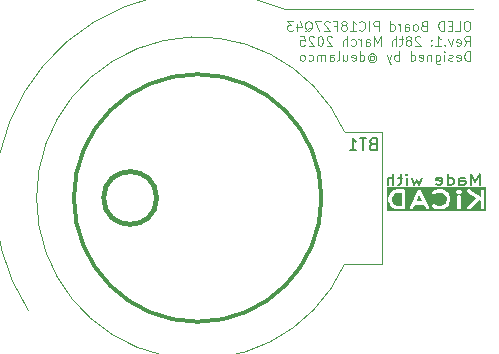
<source format=gbr>
%TF.GenerationSoftware,KiCad,Pcbnew,9.0.0*%
%TF.CreationDate,2025-03-28T15:43:29+07:00*%
%TF.ProjectId,PIC18F27Q43_OLED_Board,50494331-3846-4323-9751-34335f4f4c45,rev?*%
%TF.SameCoordinates,Original*%
%TF.FileFunction,Legend,Bot*%
%TF.FilePolarity,Positive*%
%FSLAX46Y46*%
G04 Gerber Fmt 4.6, Leading zero omitted, Abs format (unit mm)*
G04 Created by KiCad (PCBNEW 9.0.0) date 2025-03-28 15:43:29*
%MOMM*%
%LPD*%
G01*
G04 APERTURE LIST*
%ADD10C,0.400000*%
%ADD11C,0.050000*%
%ADD12C,0.300000*%
%ADD13C,0.100000*%
%ADD14C,0.200000*%
%ADD15C,0.150000*%
%ADD16C,0.120000*%
G04 APERTURE END LIST*
D10*
X116736068Y-103000000D02*
G75*
G02*
X112263932Y-103000000I-2236068J0D01*
G01*
X112263932Y-103000000D02*
G75*
G02*
X116736068Y-103000000I2236068J0D01*
G01*
D11*
X127500000Y-87000000D02*
X143500000Y-87000000D01*
X105911337Y-112567137D02*
G75*
G02*
X127500000Y-87000000I14615981J9556602D01*
G01*
D12*
X130699427Y-103000000D02*
G75*
G02*
X109740573Y-103000000I-10479427J0D01*
G01*
X109740573Y-103000000D02*
G75*
G02*
X130699427Y-103000000I10479427J0D01*
G01*
D13*
X143091353Y-88020985D02*
X142938972Y-88020985D01*
X142938972Y-88020985D02*
X142862782Y-88059080D01*
X142862782Y-88059080D02*
X142786591Y-88135270D01*
X142786591Y-88135270D02*
X142748496Y-88287651D01*
X142748496Y-88287651D02*
X142748496Y-88554318D01*
X142748496Y-88554318D02*
X142786591Y-88706699D01*
X142786591Y-88706699D02*
X142862782Y-88782890D01*
X142862782Y-88782890D02*
X142938972Y-88820985D01*
X142938972Y-88820985D02*
X143091353Y-88820985D01*
X143091353Y-88820985D02*
X143167544Y-88782890D01*
X143167544Y-88782890D02*
X143243734Y-88706699D01*
X143243734Y-88706699D02*
X143281830Y-88554318D01*
X143281830Y-88554318D02*
X143281830Y-88287651D01*
X143281830Y-88287651D02*
X143243734Y-88135270D01*
X143243734Y-88135270D02*
X143167544Y-88059080D01*
X143167544Y-88059080D02*
X143091353Y-88020985D01*
X142024687Y-88820985D02*
X142405639Y-88820985D01*
X142405639Y-88820985D02*
X142405639Y-88020985D01*
X141758020Y-88401937D02*
X141491354Y-88401937D01*
X141377068Y-88820985D02*
X141758020Y-88820985D01*
X141758020Y-88820985D02*
X141758020Y-88020985D01*
X141758020Y-88020985D02*
X141377068Y-88020985D01*
X141034210Y-88820985D02*
X141034210Y-88020985D01*
X141034210Y-88020985D02*
X140843734Y-88020985D01*
X140843734Y-88020985D02*
X140729448Y-88059080D01*
X140729448Y-88059080D02*
X140653258Y-88135270D01*
X140653258Y-88135270D02*
X140615163Y-88211461D01*
X140615163Y-88211461D02*
X140577067Y-88363842D01*
X140577067Y-88363842D02*
X140577067Y-88478128D01*
X140577067Y-88478128D02*
X140615163Y-88630509D01*
X140615163Y-88630509D02*
X140653258Y-88706699D01*
X140653258Y-88706699D02*
X140729448Y-88782890D01*
X140729448Y-88782890D02*
X140843734Y-88820985D01*
X140843734Y-88820985D02*
X141034210Y-88820985D01*
X139358020Y-88401937D02*
X139243734Y-88440032D01*
X139243734Y-88440032D02*
X139205639Y-88478128D01*
X139205639Y-88478128D02*
X139167543Y-88554318D01*
X139167543Y-88554318D02*
X139167543Y-88668604D01*
X139167543Y-88668604D02*
X139205639Y-88744794D01*
X139205639Y-88744794D02*
X139243734Y-88782890D01*
X139243734Y-88782890D02*
X139319924Y-88820985D01*
X139319924Y-88820985D02*
X139624686Y-88820985D01*
X139624686Y-88820985D02*
X139624686Y-88020985D01*
X139624686Y-88020985D02*
X139358020Y-88020985D01*
X139358020Y-88020985D02*
X139281829Y-88059080D01*
X139281829Y-88059080D02*
X139243734Y-88097175D01*
X139243734Y-88097175D02*
X139205639Y-88173366D01*
X139205639Y-88173366D02*
X139205639Y-88249556D01*
X139205639Y-88249556D02*
X139243734Y-88325747D01*
X139243734Y-88325747D02*
X139281829Y-88363842D01*
X139281829Y-88363842D02*
X139358020Y-88401937D01*
X139358020Y-88401937D02*
X139624686Y-88401937D01*
X138710401Y-88820985D02*
X138786591Y-88782890D01*
X138786591Y-88782890D02*
X138824686Y-88744794D01*
X138824686Y-88744794D02*
X138862782Y-88668604D01*
X138862782Y-88668604D02*
X138862782Y-88440032D01*
X138862782Y-88440032D02*
X138824686Y-88363842D01*
X138824686Y-88363842D02*
X138786591Y-88325747D01*
X138786591Y-88325747D02*
X138710401Y-88287651D01*
X138710401Y-88287651D02*
X138596115Y-88287651D01*
X138596115Y-88287651D02*
X138519924Y-88325747D01*
X138519924Y-88325747D02*
X138481829Y-88363842D01*
X138481829Y-88363842D02*
X138443734Y-88440032D01*
X138443734Y-88440032D02*
X138443734Y-88668604D01*
X138443734Y-88668604D02*
X138481829Y-88744794D01*
X138481829Y-88744794D02*
X138519924Y-88782890D01*
X138519924Y-88782890D02*
X138596115Y-88820985D01*
X138596115Y-88820985D02*
X138710401Y-88820985D01*
X137758019Y-88820985D02*
X137758019Y-88401937D01*
X137758019Y-88401937D02*
X137796114Y-88325747D01*
X137796114Y-88325747D02*
X137872305Y-88287651D01*
X137872305Y-88287651D02*
X138024686Y-88287651D01*
X138024686Y-88287651D02*
X138100876Y-88325747D01*
X137758019Y-88782890D02*
X137834210Y-88820985D01*
X137834210Y-88820985D02*
X138024686Y-88820985D01*
X138024686Y-88820985D02*
X138100876Y-88782890D01*
X138100876Y-88782890D02*
X138138972Y-88706699D01*
X138138972Y-88706699D02*
X138138972Y-88630509D01*
X138138972Y-88630509D02*
X138100876Y-88554318D01*
X138100876Y-88554318D02*
X138024686Y-88516223D01*
X138024686Y-88516223D02*
X137834210Y-88516223D01*
X137834210Y-88516223D02*
X137758019Y-88478128D01*
X137377066Y-88820985D02*
X137377066Y-88287651D01*
X137377066Y-88440032D02*
X137338971Y-88363842D01*
X137338971Y-88363842D02*
X137300876Y-88325747D01*
X137300876Y-88325747D02*
X137224685Y-88287651D01*
X137224685Y-88287651D02*
X137148495Y-88287651D01*
X136538971Y-88820985D02*
X136538971Y-88020985D01*
X136538971Y-88782890D02*
X136615162Y-88820985D01*
X136615162Y-88820985D02*
X136767543Y-88820985D01*
X136767543Y-88820985D02*
X136843733Y-88782890D01*
X136843733Y-88782890D02*
X136881828Y-88744794D01*
X136881828Y-88744794D02*
X136919924Y-88668604D01*
X136919924Y-88668604D02*
X136919924Y-88440032D01*
X136919924Y-88440032D02*
X136881828Y-88363842D01*
X136881828Y-88363842D02*
X136843733Y-88325747D01*
X136843733Y-88325747D02*
X136767543Y-88287651D01*
X136767543Y-88287651D02*
X136615162Y-88287651D01*
X136615162Y-88287651D02*
X136538971Y-88325747D01*
X135548494Y-88820985D02*
X135548494Y-88020985D01*
X135548494Y-88020985D02*
X135243732Y-88020985D01*
X135243732Y-88020985D02*
X135167542Y-88059080D01*
X135167542Y-88059080D02*
X135129447Y-88097175D01*
X135129447Y-88097175D02*
X135091351Y-88173366D01*
X135091351Y-88173366D02*
X135091351Y-88287651D01*
X135091351Y-88287651D02*
X135129447Y-88363842D01*
X135129447Y-88363842D02*
X135167542Y-88401937D01*
X135167542Y-88401937D02*
X135243732Y-88440032D01*
X135243732Y-88440032D02*
X135548494Y-88440032D01*
X134748494Y-88820985D02*
X134748494Y-88020985D01*
X133910399Y-88744794D02*
X133948495Y-88782890D01*
X133948495Y-88782890D02*
X134062780Y-88820985D01*
X134062780Y-88820985D02*
X134138971Y-88820985D01*
X134138971Y-88820985D02*
X134253257Y-88782890D01*
X134253257Y-88782890D02*
X134329447Y-88706699D01*
X134329447Y-88706699D02*
X134367542Y-88630509D01*
X134367542Y-88630509D02*
X134405638Y-88478128D01*
X134405638Y-88478128D02*
X134405638Y-88363842D01*
X134405638Y-88363842D02*
X134367542Y-88211461D01*
X134367542Y-88211461D02*
X134329447Y-88135270D01*
X134329447Y-88135270D02*
X134253257Y-88059080D01*
X134253257Y-88059080D02*
X134138971Y-88020985D01*
X134138971Y-88020985D02*
X134062780Y-88020985D01*
X134062780Y-88020985D02*
X133948495Y-88059080D01*
X133948495Y-88059080D02*
X133910399Y-88097175D01*
X133148495Y-88820985D02*
X133605638Y-88820985D01*
X133377066Y-88820985D02*
X133377066Y-88020985D01*
X133377066Y-88020985D02*
X133453257Y-88135270D01*
X133453257Y-88135270D02*
X133529447Y-88211461D01*
X133529447Y-88211461D02*
X133605638Y-88249556D01*
X132691352Y-88363842D02*
X132767542Y-88325747D01*
X132767542Y-88325747D02*
X132805637Y-88287651D01*
X132805637Y-88287651D02*
X132843733Y-88211461D01*
X132843733Y-88211461D02*
X132843733Y-88173366D01*
X132843733Y-88173366D02*
X132805637Y-88097175D01*
X132805637Y-88097175D02*
X132767542Y-88059080D01*
X132767542Y-88059080D02*
X132691352Y-88020985D01*
X132691352Y-88020985D02*
X132538971Y-88020985D01*
X132538971Y-88020985D02*
X132462780Y-88059080D01*
X132462780Y-88059080D02*
X132424685Y-88097175D01*
X132424685Y-88097175D02*
X132386590Y-88173366D01*
X132386590Y-88173366D02*
X132386590Y-88211461D01*
X132386590Y-88211461D02*
X132424685Y-88287651D01*
X132424685Y-88287651D02*
X132462780Y-88325747D01*
X132462780Y-88325747D02*
X132538971Y-88363842D01*
X132538971Y-88363842D02*
X132691352Y-88363842D01*
X132691352Y-88363842D02*
X132767542Y-88401937D01*
X132767542Y-88401937D02*
X132805637Y-88440032D01*
X132805637Y-88440032D02*
X132843733Y-88516223D01*
X132843733Y-88516223D02*
X132843733Y-88668604D01*
X132843733Y-88668604D02*
X132805637Y-88744794D01*
X132805637Y-88744794D02*
X132767542Y-88782890D01*
X132767542Y-88782890D02*
X132691352Y-88820985D01*
X132691352Y-88820985D02*
X132538971Y-88820985D01*
X132538971Y-88820985D02*
X132462780Y-88782890D01*
X132462780Y-88782890D02*
X132424685Y-88744794D01*
X132424685Y-88744794D02*
X132386590Y-88668604D01*
X132386590Y-88668604D02*
X132386590Y-88516223D01*
X132386590Y-88516223D02*
X132424685Y-88440032D01*
X132424685Y-88440032D02*
X132462780Y-88401937D01*
X132462780Y-88401937D02*
X132538971Y-88363842D01*
X131777066Y-88401937D02*
X132043732Y-88401937D01*
X132043732Y-88820985D02*
X132043732Y-88020985D01*
X132043732Y-88020985D02*
X131662780Y-88020985D01*
X131396114Y-88097175D02*
X131358018Y-88059080D01*
X131358018Y-88059080D02*
X131281828Y-88020985D01*
X131281828Y-88020985D02*
X131091352Y-88020985D01*
X131091352Y-88020985D02*
X131015161Y-88059080D01*
X131015161Y-88059080D02*
X130977066Y-88097175D01*
X130977066Y-88097175D02*
X130938971Y-88173366D01*
X130938971Y-88173366D02*
X130938971Y-88249556D01*
X130938971Y-88249556D02*
X130977066Y-88363842D01*
X130977066Y-88363842D02*
X131434209Y-88820985D01*
X131434209Y-88820985D02*
X130938971Y-88820985D01*
X130672304Y-88020985D02*
X130138970Y-88020985D01*
X130138970Y-88020985D02*
X130481828Y-88820985D01*
X129300875Y-88897175D02*
X129377065Y-88859080D01*
X129377065Y-88859080D02*
X129453256Y-88782890D01*
X129453256Y-88782890D02*
X129567542Y-88668604D01*
X129567542Y-88668604D02*
X129643732Y-88630509D01*
X129643732Y-88630509D02*
X129719923Y-88630509D01*
X129681827Y-88820985D02*
X129758018Y-88782890D01*
X129758018Y-88782890D02*
X129834208Y-88706699D01*
X129834208Y-88706699D02*
X129872304Y-88554318D01*
X129872304Y-88554318D02*
X129872304Y-88287651D01*
X129872304Y-88287651D02*
X129834208Y-88135270D01*
X129834208Y-88135270D02*
X129758018Y-88059080D01*
X129758018Y-88059080D02*
X129681827Y-88020985D01*
X129681827Y-88020985D02*
X129529446Y-88020985D01*
X129529446Y-88020985D02*
X129453256Y-88059080D01*
X129453256Y-88059080D02*
X129377065Y-88135270D01*
X129377065Y-88135270D02*
X129338970Y-88287651D01*
X129338970Y-88287651D02*
X129338970Y-88554318D01*
X129338970Y-88554318D02*
X129377065Y-88706699D01*
X129377065Y-88706699D02*
X129453256Y-88782890D01*
X129453256Y-88782890D02*
X129529446Y-88820985D01*
X129529446Y-88820985D02*
X129681827Y-88820985D01*
X128653256Y-88287651D02*
X128653256Y-88820985D01*
X128843732Y-87982890D02*
X129034209Y-88554318D01*
X129034209Y-88554318D02*
X128538970Y-88554318D01*
X128310399Y-88020985D02*
X127815161Y-88020985D01*
X127815161Y-88020985D02*
X128081827Y-88325747D01*
X128081827Y-88325747D02*
X127967542Y-88325747D01*
X127967542Y-88325747D02*
X127891351Y-88363842D01*
X127891351Y-88363842D02*
X127853256Y-88401937D01*
X127853256Y-88401937D02*
X127815161Y-88478128D01*
X127815161Y-88478128D02*
X127815161Y-88668604D01*
X127815161Y-88668604D02*
X127853256Y-88744794D01*
X127853256Y-88744794D02*
X127891351Y-88782890D01*
X127891351Y-88782890D02*
X127967542Y-88820985D01*
X127967542Y-88820985D02*
X128196113Y-88820985D01*
X128196113Y-88820985D02*
X128272304Y-88782890D01*
X128272304Y-88782890D02*
X128310399Y-88744794D01*
X142786591Y-90108940D02*
X143053258Y-89727987D01*
X143243734Y-90108940D02*
X143243734Y-89308940D01*
X143243734Y-89308940D02*
X142938972Y-89308940D01*
X142938972Y-89308940D02*
X142862782Y-89347035D01*
X142862782Y-89347035D02*
X142824687Y-89385130D01*
X142824687Y-89385130D02*
X142786591Y-89461321D01*
X142786591Y-89461321D02*
X142786591Y-89575606D01*
X142786591Y-89575606D02*
X142824687Y-89651797D01*
X142824687Y-89651797D02*
X142862782Y-89689892D01*
X142862782Y-89689892D02*
X142938972Y-89727987D01*
X142938972Y-89727987D02*
X143243734Y-89727987D01*
X142138972Y-90070845D02*
X142215163Y-90108940D01*
X142215163Y-90108940D02*
X142367544Y-90108940D01*
X142367544Y-90108940D02*
X142443734Y-90070845D01*
X142443734Y-90070845D02*
X142481830Y-89994654D01*
X142481830Y-89994654D02*
X142481830Y-89689892D01*
X142481830Y-89689892D02*
X142443734Y-89613702D01*
X142443734Y-89613702D02*
X142367544Y-89575606D01*
X142367544Y-89575606D02*
X142215163Y-89575606D01*
X142215163Y-89575606D02*
X142138972Y-89613702D01*
X142138972Y-89613702D02*
X142100877Y-89689892D01*
X142100877Y-89689892D02*
X142100877Y-89766083D01*
X142100877Y-89766083D02*
X142481830Y-89842273D01*
X141834211Y-89575606D02*
X141643735Y-90108940D01*
X141643735Y-90108940D02*
X141453258Y-89575606D01*
X141148496Y-90032749D02*
X141110401Y-90070845D01*
X141110401Y-90070845D02*
X141148496Y-90108940D01*
X141148496Y-90108940D02*
X141186592Y-90070845D01*
X141186592Y-90070845D02*
X141148496Y-90032749D01*
X141148496Y-90032749D02*
X141148496Y-90108940D01*
X140348497Y-90108940D02*
X140805640Y-90108940D01*
X140577068Y-90108940D02*
X140577068Y-89308940D01*
X140577068Y-89308940D02*
X140653259Y-89423225D01*
X140653259Y-89423225D02*
X140729449Y-89499416D01*
X140729449Y-89499416D02*
X140805640Y-89537511D01*
X140005639Y-90032749D02*
X139967544Y-90070845D01*
X139967544Y-90070845D02*
X140005639Y-90108940D01*
X140005639Y-90108940D02*
X140043735Y-90070845D01*
X140043735Y-90070845D02*
X140005639Y-90032749D01*
X140005639Y-90032749D02*
X140005639Y-90108940D01*
X140005639Y-89613702D02*
X139967544Y-89651797D01*
X139967544Y-89651797D02*
X140005639Y-89689892D01*
X140005639Y-89689892D02*
X140043735Y-89651797D01*
X140043735Y-89651797D02*
X140005639Y-89613702D01*
X140005639Y-89613702D02*
X140005639Y-89689892D01*
X139053259Y-89385130D02*
X139015163Y-89347035D01*
X139015163Y-89347035D02*
X138938973Y-89308940D01*
X138938973Y-89308940D02*
X138748497Y-89308940D01*
X138748497Y-89308940D02*
X138672306Y-89347035D01*
X138672306Y-89347035D02*
X138634211Y-89385130D01*
X138634211Y-89385130D02*
X138596116Y-89461321D01*
X138596116Y-89461321D02*
X138596116Y-89537511D01*
X138596116Y-89537511D02*
X138634211Y-89651797D01*
X138634211Y-89651797D02*
X139091354Y-90108940D01*
X139091354Y-90108940D02*
X138596116Y-90108940D01*
X138138973Y-89651797D02*
X138215163Y-89613702D01*
X138215163Y-89613702D02*
X138253258Y-89575606D01*
X138253258Y-89575606D02*
X138291354Y-89499416D01*
X138291354Y-89499416D02*
X138291354Y-89461321D01*
X138291354Y-89461321D02*
X138253258Y-89385130D01*
X138253258Y-89385130D02*
X138215163Y-89347035D01*
X138215163Y-89347035D02*
X138138973Y-89308940D01*
X138138973Y-89308940D02*
X137986592Y-89308940D01*
X137986592Y-89308940D02*
X137910401Y-89347035D01*
X137910401Y-89347035D02*
X137872306Y-89385130D01*
X137872306Y-89385130D02*
X137834211Y-89461321D01*
X137834211Y-89461321D02*
X137834211Y-89499416D01*
X137834211Y-89499416D02*
X137872306Y-89575606D01*
X137872306Y-89575606D02*
X137910401Y-89613702D01*
X137910401Y-89613702D02*
X137986592Y-89651797D01*
X137986592Y-89651797D02*
X138138973Y-89651797D01*
X138138973Y-89651797D02*
X138215163Y-89689892D01*
X138215163Y-89689892D02*
X138253258Y-89727987D01*
X138253258Y-89727987D02*
X138291354Y-89804178D01*
X138291354Y-89804178D02*
X138291354Y-89956559D01*
X138291354Y-89956559D02*
X138253258Y-90032749D01*
X138253258Y-90032749D02*
X138215163Y-90070845D01*
X138215163Y-90070845D02*
X138138973Y-90108940D01*
X138138973Y-90108940D02*
X137986592Y-90108940D01*
X137986592Y-90108940D02*
X137910401Y-90070845D01*
X137910401Y-90070845D02*
X137872306Y-90032749D01*
X137872306Y-90032749D02*
X137834211Y-89956559D01*
X137834211Y-89956559D02*
X137834211Y-89804178D01*
X137834211Y-89804178D02*
X137872306Y-89727987D01*
X137872306Y-89727987D02*
X137910401Y-89689892D01*
X137910401Y-89689892D02*
X137986592Y-89651797D01*
X137605639Y-89575606D02*
X137300877Y-89575606D01*
X137491353Y-89308940D02*
X137491353Y-89994654D01*
X137491353Y-89994654D02*
X137453258Y-90070845D01*
X137453258Y-90070845D02*
X137377068Y-90108940D01*
X137377068Y-90108940D02*
X137300877Y-90108940D01*
X137034210Y-90108940D02*
X137034210Y-89308940D01*
X136691353Y-90108940D02*
X136691353Y-89689892D01*
X136691353Y-89689892D02*
X136729448Y-89613702D01*
X136729448Y-89613702D02*
X136805639Y-89575606D01*
X136805639Y-89575606D02*
X136919925Y-89575606D01*
X136919925Y-89575606D02*
X136996115Y-89613702D01*
X136996115Y-89613702D02*
X137034210Y-89651797D01*
X135700876Y-90108940D02*
X135700876Y-89308940D01*
X135700876Y-89308940D02*
X135434210Y-89880368D01*
X135434210Y-89880368D02*
X135167543Y-89308940D01*
X135167543Y-89308940D02*
X135167543Y-90108940D01*
X134443733Y-90108940D02*
X134443733Y-89689892D01*
X134443733Y-89689892D02*
X134481828Y-89613702D01*
X134481828Y-89613702D02*
X134558019Y-89575606D01*
X134558019Y-89575606D02*
X134710400Y-89575606D01*
X134710400Y-89575606D02*
X134786590Y-89613702D01*
X134443733Y-90070845D02*
X134519924Y-90108940D01*
X134519924Y-90108940D02*
X134710400Y-90108940D01*
X134710400Y-90108940D02*
X134786590Y-90070845D01*
X134786590Y-90070845D02*
X134824686Y-89994654D01*
X134824686Y-89994654D02*
X134824686Y-89918464D01*
X134824686Y-89918464D02*
X134786590Y-89842273D01*
X134786590Y-89842273D02*
X134710400Y-89804178D01*
X134710400Y-89804178D02*
X134519924Y-89804178D01*
X134519924Y-89804178D02*
X134443733Y-89766083D01*
X134062780Y-90108940D02*
X134062780Y-89575606D01*
X134062780Y-89727987D02*
X134024685Y-89651797D01*
X134024685Y-89651797D02*
X133986590Y-89613702D01*
X133986590Y-89613702D02*
X133910399Y-89575606D01*
X133910399Y-89575606D02*
X133834209Y-89575606D01*
X133224685Y-90070845D02*
X133300876Y-90108940D01*
X133300876Y-90108940D02*
X133453257Y-90108940D01*
X133453257Y-90108940D02*
X133529447Y-90070845D01*
X133529447Y-90070845D02*
X133567542Y-90032749D01*
X133567542Y-90032749D02*
X133605638Y-89956559D01*
X133605638Y-89956559D02*
X133605638Y-89727987D01*
X133605638Y-89727987D02*
X133567542Y-89651797D01*
X133567542Y-89651797D02*
X133529447Y-89613702D01*
X133529447Y-89613702D02*
X133453257Y-89575606D01*
X133453257Y-89575606D02*
X133300876Y-89575606D01*
X133300876Y-89575606D02*
X133224685Y-89613702D01*
X132881828Y-90108940D02*
X132881828Y-89308940D01*
X132538971Y-90108940D02*
X132538971Y-89689892D01*
X132538971Y-89689892D02*
X132577066Y-89613702D01*
X132577066Y-89613702D02*
X132653257Y-89575606D01*
X132653257Y-89575606D02*
X132767543Y-89575606D01*
X132767543Y-89575606D02*
X132843733Y-89613702D01*
X132843733Y-89613702D02*
X132881828Y-89651797D01*
X131586590Y-89385130D02*
X131548494Y-89347035D01*
X131548494Y-89347035D02*
X131472304Y-89308940D01*
X131472304Y-89308940D02*
X131281828Y-89308940D01*
X131281828Y-89308940D02*
X131205637Y-89347035D01*
X131205637Y-89347035D02*
X131167542Y-89385130D01*
X131167542Y-89385130D02*
X131129447Y-89461321D01*
X131129447Y-89461321D02*
X131129447Y-89537511D01*
X131129447Y-89537511D02*
X131167542Y-89651797D01*
X131167542Y-89651797D02*
X131624685Y-90108940D01*
X131624685Y-90108940D02*
X131129447Y-90108940D01*
X130634208Y-89308940D02*
X130558018Y-89308940D01*
X130558018Y-89308940D02*
X130481827Y-89347035D01*
X130481827Y-89347035D02*
X130443732Y-89385130D01*
X130443732Y-89385130D02*
X130405637Y-89461321D01*
X130405637Y-89461321D02*
X130367542Y-89613702D01*
X130367542Y-89613702D02*
X130367542Y-89804178D01*
X130367542Y-89804178D02*
X130405637Y-89956559D01*
X130405637Y-89956559D02*
X130443732Y-90032749D01*
X130443732Y-90032749D02*
X130481827Y-90070845D01*
X130481827Y-90070845D02*
X130558018Y-90108940D01*
X130558018Y-90108940D02*
X130634208Y-90108940D01*
X130634208Y-90108940D02*
X130710399Y-90070845D01*
X130710399Y-90070845D02*
X130748494Y-90032749D01*
X130748494Y-90032749D02*
X130786589Y-89956559D01*
X130786589Y-89956559D02*
X130824685Y-89804178D01*
X130824685Y-89804178D02*
X130824685Y-89613702D01*
X130824685Y-89613702D02*
X130786589Y-89461321D01*
X130786589Y-89461321D02*
X130748494Y-89385130D01*
X130748494Y-89385130D02*
X130710399Y-89347035D01*
X130710399Y-89347035D02*
X130634208Y-89308940D01*
X130062780Y-89385130D02*
X130024684Y-89347035D01*
X130024684Y-89347035D02*
X129948494Y-89308940D01*
X129948494Y-89308940D02*
X129758018Y-89308940D01*
X129758018Y-89308940D02*
X129681827Y-89347035D01*
X129681827Y-89347035D02*
X129643732Y-89385130D01*
X129643732Y-89385130D02*
X129605637Y-89461321D01*
X129605637Y-89461321D02*
X129605637Y-89537511D01*
X129605637Y-89537511D02*
X129643732Y-89651797D01*
X129643732Y-89651797D02*
X130100875Y-90108940D01*
X130100875Y-90108940D02*
X129605637Y-90108940D01*
X128881827Y-89308940D02*
X129262779Y-89308940D01*
X129262779Y-89308940D02*
X129300875Y-89689892D01*
X129300875Y-89689892D02*
X129262779Y-89651797D01*
X129262779Y-89651797D02*
X129186589Y-89613702D01*
X129186589Y-89613702D02*
X128996113Y-89613702D01*
X128996113Y-89613702D02*
X128919922Y-89651797D01*
X128919922Y-89651797D02*
X128881827Y-89689892D01*
X128881827Y-89689892D02*
X128843732Y-89766083D01*
X128843732Y-89766083D02*
X128843732Y-89956559D01*
X128843732Y-89956559D02*
X128881827Y-90032749D01*
X128881827Y-90032749D02*
X128919922Y-90070845D01*
X128919922Y-90070845D02*
X128996113Y-90108940D01*
X128996113Y-90108940D02*
X129186589Y-90108940D01*
X129186589Y-90108940D02*
X129262779Y-90070845D01*
X129262779Y-90070845D02*
X129300875Y-90032749D01*
X143243734Y-91396895D02*
X143243734Y-90596895D01*
X143243734Y-90596895D02*
X143053258Y-90596895D01*
X143053258Y-90596895D02*
X142938972Y-90634990D01*
X142938972Y-90634990D02*
X142862782Y-90711180D01*
X142862782Y-90711180D02*
X142824687Y-90787371D01*
X142824687Y-90787371D02*
X142786591Y-90939752D01*
X142786591Y-90939752D02*
X142786591Y-91054038D01*
X142786591Y-91054038D02*
X142824687Y-91206419D01*
X142824687Y-91206419D02*
X142862782Y-91282609D01*
X142862782Y-91282609D02*
X142938972Y-91358800D01*
X142938972Y-91358800D02*
X143053258Y-91396895D01*
X143053258Y-91396895D02*
X143243734Y-91396895D01*
X142138972Y-91358800D02*
X142215163Y-91396895D01*
X142215163Y-91396895D02*
X142367544Y-91396895D01*
X142367544Y-91396895D02*
X142443734Y-91358800D01*
X142443734Y-91358800D02*
X142481830Y-91282609D01*
X142481830Y-91282609D02*
X142481830Y-90977847D01*
X142481830Y-90977847D02*
X142443734Y-90901657D01*
X142443734Y-90901657D02*
X142367544Y-90863561D01*
X142367544Y-90863561D02*
X142215163Y-90863561D01*
X142215163Y-90863561D02*
X142138972Y-90901657D01*
X142138972Y-90901657D02*
X142100877Y-90977847D01*
X142100877Y-90977847D02*
X142100877Y-91054038D01*
X142100877Y-91054038D02*
X142481830Y-91130228D01*
X141796116Y-91358800D02*
X141719925Y-91396895D01*
X141719925Y-91396895D02*
X141567544Y-91396895D01*
X141567544Y-91396895D02*
X141491354Y-91358800D01*
X141491354Y-91358800D02*
X141453258Y-91282609D01*
X141453258Y-91282609D02*
X141453258Y-91244514D01*
X141453258Y-91244514D02*
X141491354Y-91168323D01*
X141491354Y-91168323D02*
X141567544Y-91130228D01*
X141567544Y-91130228D02*
X141681830Y-91130228D01*
X141681830Y-91130228D02*
X141758020Y-91092133D01*
X141758020Y-91092133D02*
X141796116Y-91015942D01*
X141796116Y-91015942D02*
X141796116Y-90977847D01*
X141796116Y-90977847D02*
X141758020Y-90901657D01*
X141758020Y-90901657D02*
X141681830Y-90863561D01*
X141681830Y-90863561D02*
X141567544Y-90863561D01*
X141567544Y-90863561D02*
X141491354Y-90901657D01*
X141110401Y-91396895D02*
X141110401Y-90863561D01*
X141110401Y-90596895D02*
X141148497Y-90634990D01*
X141148497Y-90634990D02*
X141110401Y-90673085D01*
X141110401Y-90673085D02*
X141072306Y-90634990D01*
X141072306Y-90634990D02*
X141110401Y-90596895D01*
X141110401Y-90596895D02*
X141110401Y-90673085D01*
X140386592Y-90863561D02*
X140386592Y-91511180D01*
X140386592Y-91511180D02*
X140424687Y-91587371D01*
X140424687Y-91587371D02*
X140462783Y-91625466D01*
X140462783Y-91625466D02*
X140538973Y-91663561D01*
X140538973Y-91663561D02*
X140653259Y-91663561D01*
X140653259Y-91663561D02*
X140729449Y-91625466D01*
X140386592Y-91358800D02*
X140462783Y-91396895D01*
X140462783Y-91396895D02*
X140615164Y-91396895D01*
X140615164Y-91396895D02*
X140691354Y-91358800D01*
X140691354Y-91358800D02*
X140729449Y-91320704D01*
X140729449Y-91320704D02*
X140767545Y-91244514D01*
X140767545Y-91244514D02*
X140767545Y-91015942D01*
X140767545Y-91015942D02*
X140729449Y-90939752D01*
X140729449Y-90939752D02*
X140691354Y-90901657D01*
X140691354Y-90901657D02*
X140615164Y-90863561D01*
X140615164Y-90863561D02*
X140462783Y-90863561D01*
X140462783Y-90863561D02*
X140386592Y-90901657D01*
X140005639Y-90863561D02*
X140005639Y-91396895D01*
X140005639Y-90939752D02*
X139967544Y-90901657D01*
X139967544Y-90901657D02*
X139891354Y-90863561D01*
X139891354Y-90863561D02*
X139777068Y-90863561D01*
X139777068Y-90863561D02*
X139700877Y-90901657D01*
X139700877Y-90901657D02*
X139662782Y-90977847D01*
X139662782Y-90977847D02*
X139662782Y-91396895D01*
X138977067Y-91358800D02*
X139053258Y-91396895D01*
X139053258Y-91396895D02*
X139205639Y-91396895D01*
X139205639Y-91396895D02*
X139281829Y-91358800D01*
X139281829Y-91358800D02*
X139319925Y-91282609D01*
X139319925Y-91282609D02*
X139319925Y-90977847D01*
X139319925Y-90977847D02*
X139281829Y-90901657D01*
X139281829Y-90901657D02*
X139205639Y-90863561D01*
X139205639Y-90863561D02*
X139053258Y-90863561D01*
X139053258Y-90863561D02*
X138977067Y-90901657D01*
X138977067Y-90901657D02*
X138938972Y-90977847D01*
X138938972Y-90977847D02*
X138938972Y-91054038D01*
X138938972Y-91054038D02*
X139319925Y-91130228D01*
X138253258Y-91396895D02*
X138253258Y-90596895D01*
X138253258Y-91358800D02*
X138329449Y-91396895D01*
X138329449Y-91396895D02*
X138481830Y-91396895D01*
X138481830Y-91396895D02*
X138558020Y-91358800D01*
X138558020Y-91358800D02*
X138596115Y-91320704D01*
X138596115Y-91320704D02*
X138634211Y-91244514D01*
X138634211Y-91244514D02*
X138634211Y-91015942D01*
X138634211Y-91015942D02*
X138596115Y-90939752D01*
X138596115Y-90939752D02*
X138558020Y-90901657D01*
X138558020Y-90901657D02*
X138481830Y-90863561D01*
X138481830Y-90863561D02*
X138329449Y-90863561D01*
X138329449Y-90863561D02*
X138253258Y-90901657D01*
X137262781Y-91396895D02*
X137262781Y-90596895D01*
X137262781Y-90901657D02*
X137186591Y-90863561D01*
X137186591Y-90863561D02*
X137034210Y-90863561D01*
X137034210Y-90863561D02*
X136958019Y-90901657D01*
X136958019Y-90901657D02*
X136919924Y-90939752D01*
X136919924Y-90939752D02*
X136881829Y-91015942D01*
X136881829Y-91015942D02*
X136881829Y-91244514D01*
X136881829Y-91244514D02*
X136919924Y-91320704D01*
X136919924Y-91320704D02*
X136958019Y-91358800D01*
X136958019Y-91358800D02*
X137034210Y-91396895D01*
X137034210Y-91396895D02*
X137186591Y-91396895D01*
X137186591Y-91396895D02*
X137262781Y-91358800D01*
X136615162Y-90863561D02*
X136424686Y-91396895D01*
X136234209Y-90863561D02*
X136424686Y-91396895D01*
X136424686Y-91396895D02*
X136500876Y-91587371D01*
X136500876Y-91587371D02*
X136538971Y-91625466D01*
X136538971Y-91625466D02*
X136615162Y-91663561D01*
X134824685Y-91015942D02*
X134862780Y-90977847D01*
X134862780Y-90977847D02*
X134938971Y-90939752D01*
X134938971Y-90939752D02*
X135015161Y-90939752D01*
X135015161Y-90939752D02*
X135091352Y-90977847D01*
X135091352Y-90977847D02*
X135129447Y-91015942D01*
X135129447Y-91015942D02*
X135167542Y-91092133D01*
X135167542Y-91092133D02*
X135167542Y-91168323D01*
X135167542Y-91168323D02*
X135129447Y-91244514D01*
X135129447Y-91244514D02*
X135091352Y-91282609D01*
X135091352Y-91282609D02*
X135015161Y-91320704D01*
X135015161Y-91320704D02*
X134938971Y-91320704D01*
X134938971Y-91320704D02*
X134862780Y-91282609D01*
X134862780Y-91282609D02*
X134824685Y-91244514D01*
X134824685Y-90939752D02*
X134824685Y-91244514D01*
X134824685Y-91244514D02*
X134786590Y-91282609D01*
X134786590Y-91282609D02*
X134748495Y-91282609D01*
X134748495Y-91282609D02*
X134672304Y-91244514D01*
X134672304Y-91244514D02*
X134634209Y-91168323D01*
X134634209Y-91168323D02*
X134634209Y-90977847D01*
X134634209Y-90977847D02*
X134710400Y-90863561D01*
X134710400Y-90863561D02*
X134824685Y-90787371D01*
X134824685Y-90787371D02*
X134977066Y-90749276D01*
X134977066Y-90749276D02*
X135129447Y-90787371D01*
X135129447Y-90787371D02*
X135243733Y-90863561D01*
X135243733Y-90863561D02*
X135319923Y-90977847D01*
X135319923Y-90977847D02*
X135358019Y-91130228D01*
X135358019Y-91130228D02*
X135319923Y-91282609D01*
X135319923Y-91282609D02*
X135243733Y-91396895D01*
X135243733Y-91396895D02*
X135129447Y-91473085D01*
X135129447Y-91473085D02*
X134977066Y-91511180D01*
X134977066Y-91511180D02*
X134824685Y-91473085D01*
X134824685Y-91473085D02*
X134710400Y-91396895D01*
X133948495Y-91396895D02*
X133948495Y-90596895D01*
X133948495Y-91358800D02*
X134024686Y-91396895D01*
X134024686Y-91396895D02*
X134177067Y-91396895D01*
X134177067Y-91396895D02*
X134253257Y-91358800D01*
X134253257Y-91358800D02*
X134291352Y-91320704D01*
X134291352Y-91320704D02*
X134329448Y-91244514D01*
X134329448Y-91244514D02*
X134329448Y-91015942D01*
X134329448Y-91015942D02*
X134291352Y-90939752D01*
X134291352Y-90939752D02*
X134253257Y-90901657D01*
X134253257Y-90901657D02*
X134177067Y-90863561D01*
X134177067Y-90863561D02*
X134024686Y-90863561D01*
X134024686Y-90863561D02*
X133948495Y-90901657D01*
X133262780Y-91358800D02*
X133338971Y-91396895D01*
X133338971Y-91396895D02*
X133491352Y-91396895D01*
X133491352Y-91396895D02*
X133567542Y-91358800D01*
X133567542Y-91358800D02*
X133605638Y-91282609D01*
X133605638Y-91282609D02*
X133605638Y-90977847D01*
X133605638Y-90977847D02*
X133567542Y-90901657D01*
X133567542Y-90901657D02*
X133491352Y-90863561D01*
X133491352Y-90863561D02*
X133338971Y-90863561D01*
X133338971Y-90863561D02*
X133262780Y-90901657D01*
X133262780Y-90901657D02*
X133224685Y-90977847D01*
X133224685Y-90977847D02*
X133224685Y-91054038D01*
X133224685Y-91054038D02*
X133605638Y-91130228D01*
X132538971Y-90863561D02*
X132538971Y-91396895D01*
X132881828Y-90863561D02*
X132881828Y-91282609D01*
X132881828Y-91282609D02*
X132843733Y-91358800D01*
X132843733Y-91358800D02*
X132767543Y-91396895D01*
X132767543Y-91396895D02*
X132653257Y-91396895D01*
X132653257Y-91396895D02*
X132577066Y-91358800D01*
X132577066Y-91358800D02*
X132538971Y-91320704D01*
X132043733Y-91396895D02*
X132119923Y-91358800D01*
X132119923Y-91358800D02*
X132158018Y-91282609D01*
X132158018Y-91282609D02*
X132158018Y-90596895D01*
X131396113Y-91396895D02*
X131396113Y-90977847D01*
X131396113Y-90977847D02*
X131434208Y-90901657D01*
X131434208Y-90901657D02*
X131510399Y-90863561D01*
X131510399Y-90863561D02*
X131662780Y-90863561D01*
X131662780Y-90863561D02*
X131738970Y-90901657D01*
X131396113Y-91358800D02*
X131472304Y-91396895D01*
X131472304Y-91396895D02*
X131662780Y-91396895D01*
X131662780Y-91396895D02*
X131738970Y-91358800D01*
X131738970Y-91358800D02*
X131777066Y-91282609D01*
X131777066Y-91282609D02*
X131777066Y-91206419D01*
X131777066Y-91206419D02*
X131738970Y-91130228D01*
X131738970Y-91130228D02*
X131662780Y-91092133D01*
X131662780Y-91092133D02*
X131472304Y-91092133D01*
X131472304Y-91092133D02*
X131396113Y-91054038D01*
X131015160Y-91396895D02*
X131015160Y-90863561D01*
X131015160Y-90939752D02*
X130977065Y-90901657D01*
X130977065Y-90901657D02*
X130900875Y-90863561D01*
X130900875Y-90863561D02*
X130786589Y-90863561D01*
X130786589Y-90863561D02*
X130710398Y-90901657D01*
X130710398Y-90901657D02*
X130672303Y-90977847D01*
X130672303Y-90977847D02*
X130672303Y-91396895D01*
X130672303Y-90977847D02*
X130634208Y-90901657D01*
X130634208Y-90901657D02*
X130558017Y-90863561D01*
X130558017Y-90863561D02*
X130443732Y-90863561D01*
X130443732Y-90863561D02*
X130367541Y-90901657D01*
X130367541Y-90901657D02*
X130329446Y-90977847D01*
X130329446Y-90977847D02*
X130329446Y-91396895D01*
X129605636Y-91358800D02*
X129681827Y-91396895D01*
X129681827Y-91396895D02*
X129834208Y-91396895D01*
X129834208Y-91396895D02*
X129910398Y-91358800D01*
X129910398Y-91358800D02*
X129948493Y-91320704D01*
X129948493Y-91320704D02*
X129986589Y-91244514D01*
X129986589Y-91244514D02*
X129986589Y-91015942D01*
X129986589Y-91015942D02*
X129948493Y-90939752D01*
X129948493Y-90939752D02*
X129910398Y-90901657D01*
X129910398Y-90901657D02*
X129834208Y-90863561D01*
X129834208Y-90863561D02*
X129681827Y-90863561D01*
X129681827Y-90863561D02*
X129605636Y-90901657D01*
X129148494Y-91396895D02*
X129224684Y-91358800D01*
X129224684Y-91358800D02*
X129262779Y-91320704D01*
X129262779Y-91320704D02*
X129300875Y-91244514D01*
X129300875Y-91244514D02*
X129300875Y-91015942D01*
X129300875Y-91015942D02*
X129262779Y-90939752D01*
X129262779Y-90939752D02*
X129224684Y-90901657D01*
X129224684Y-90901657D02*
X129148494Y-90863561D01*
X129148494Y-90863561D02*
X129034208Y-90863561D01*
X129034208Y-90863561D02*
X128958017Y-90901657D01*
X128958017Y-90901657D02*
X128919922Y-90939752D01*
X128919922Y-90939752D02*
X128881827Y-91015942D01*
X128881827Y-91015942D02*
X128881827Y-91244514D01*
X128881827Y-91244514D02*
X128919922Y-91320704D01*
X128919922Y-91320704D02*
X128958017Y-91358800D01*
X128958017Y-91358800D02*
X129034208Y-91396895D01*
X129034208Y-91396895D02*
X129148494Y-91396895D01*
D12*
G36*
X137509774Y-103663066D02*
G01*
X137200851Y-103663066D01*
X136960162Y-103606906D01*
X136814494Y-103504938D01*
X136746377Y-103409574D01*
X136666917Y-103187085D01*
X136666917Y-103039047D01*
X136746377Y-102816557D01*
X136814495Y-102721192D01*
X136960159Y-102619227D01*
X137200852Y-102563066D01*
X137509774Y-102563066D01*
X137509774Y-103663066D01*
G37*
G36*
X139231731Y-103263066D02*
G01*
X138754484Y-103263066D01*
X138993107Y-102761956D01*
X139231731Y-103263066D01*
G37*
G36*
X144631997Y-104118622D02*
G01*
X136211361Y-104118622D01*
X136211361Y-103013066D01*
X136366917Y-103013066D01*
X136366917Y-103213066D01*
X136368711Y-103231284D01*
X136368527Y-103234988D01*
X136369432Y-103238613D01*
X136369799Y-103242330D01*
X136371217Y-103245754D01*
X136375656Y-103263516D01*
X136470894Y-103530183D01*
X136474685Y-103538213D01*
X136475431Y-103541431D01*
X136479751Y-103548940D01*
X136483450Y-103556773D01*
X136485665Y-103559220D01*
X136490095Y-103566919D01*
X136585333Y-103700251D01*
X136597019Y-103713618D01*
X136599052Y-103716808D01*
X136602072Y-103719398D01*
X136604687Y-103722389D01*
X136607889Y-103724387D01*
X136621373Y-103735951D01*
X136811849Y-103869285D01*
X136834781Y-103882188D01*
X136835941Y-103883020D01*
X136836742Y-103883292D01*
X136837476Y-103883705D01*
X136838862Y-103884012D01*
X136863785Y-103892476D01*
X137149500Y-103959142D01*
X137152880Y-103959587D01*
X137154320Y-103960184D01*
X137166518Y-103961385D01*
X137178654Y-103962985D01*
X137180189Y-103962731D01*
X137183584Y-103963066D01*
X137659774Y-103963066D01*
X137689038Y-103960184D01*
X137743110Y-103937786D01*
X137784494Y-103896402D01*
X137806892Y-103842330D01*
X137807645Y-103834685D01*
X138178007Y-103834685D01*
X138197579Y-103889842D01*
X138236769Y-103933311D01*
X138289611Y-103958475D01*
X138348060Y-103961500D01*
X138403217Y-103941928D01*
X138446686Y-103902738D01*
X138461870Y-103877556D01*
X138611627Y-103563066D01*
X139374588Y-103563066D01*
X139524345Y-103877556D01*
X139539529Y-103902738D01*
X139582998Y-103941928D01*
X139638155Y-103961500D01*
X139696604Y-103958475D01*
X139749446Y-103933312D01*
X139788636Y-103889842D01*
X139808208Y-103834686D01*
X139805183Y-103776237D01*
X139795203Y-103748576D01*
X139224287Y-102549651D01*
X140081238Y-102549651D01*
X140093898Y-102606793D01*
X140127461Y-102654741D01*
X140176819Y-102686194D01*
X140234454Y-102696365D01*
X140291596Y-102683705D01*
X140317223Y-102669285D01*
X140388733Y-102619227D01*
X140629423Y-102563066D01*
X140785363Y-102563066D01*
X141026054Y-102619227D01*
X141171721Y-102721194D01*
X141239836Y-102816556D01*
X141319298Y-103039047D01*
X141319298Y-103187085D01*
X141239837Y-103409575D01*
X141171720Y-103504937D01*
X141026052Y-103606906D01*
X140785364Y-103663066D01*
X140629423Y-103663066D01*
X140388734Y-103606906D01*
X140317223Y-103556848D01*
X140291596Y-103542428D01*
X140234454Y-103529768D01*
X140176819Y-103539939D01*
X140127461Y-103571392D01*
X140093898Y-103619340D01*
X140081238Y-103676482D01*
X140091409Y-103734117D01*
X140122862Y-103783475D01*
X140145183Y-103802618D01*
X140240421Y-103869285D01*
X140263353Y-103882188D01*
X140264513Y-103883020D01*
X140265314Y-103883292D01*
X140266048Y-103883705D01*
X140267434Y-103884012D01*
X140292357Y-103892476D01*
X140578071Y-103959142D01*
X140581451Y-103959587D01*
X140582891Y-103960184D01*
X140595089Y-103961385D01*
X140607225Y-103962985D01*
X140608760Y-103962731D01*
X140612155Y-103963066D01*
X140802631Y-103963066D01*
X140806026Y-103962731D01*
X140807562Y-103962985D01*
X140819698Y-103961385D01*
X140831895Y-103960184D01*
X140833334Y-103959587D01*
X140836715Y-103959142D01*
X141122430Y-103892476D01*
X141147352Y-103884012D01*
X141148739Y-103883705D01*
X141149472Y-103883292D01*
X141150274Y-103883020D01*
X141151433Y-103882188D01*
X141174366Y-103869285D01*
X141364842Y-103735951D01*
X141378324Y-103724388D01*
X141381527Y-103722390D01*
X141384142Y-103719398D01*
X141387163Y-103716808D01*
X141389194Y-103713619D01*
X141400882Y-103700252D01*
X141496120Y-103566919D01*
X141500548Y-103559220D01*
X141502765Y-103556773D01*
X141506463Y-103548940D01*
X141510784Y-103541431D01*
X141511529Y-103538213D01*
X141515321Y-103530183D01*
X141610559Y-103263517D01*
X141614997Y-103245753D01*
X141616416Y-103242330D01*
X141616781Y-103238613D01*
X141617688Y-103234988D01*
X141617503Y-103231284D01*
X141619298Y-103213066D01*
X141619298Y-103013066D01*
X141617503Y-102994847D01*
X141617688Y-102991144D01*
X141616782Y-102987518D01*
X141616416Y-102983802D01*
X141614997Y-102980377D01*
X141610559Y-102962616D01*
X141580958Y-102879733D01*
X142176441Y-102879733D01*
X142176441Y-103813066D01*
X142179323Y-103842330D01*
X142201721Y-103896402D01*
X142243105Y-103937786D01*
X142297177Y-103960184D01*
X142355705Y-103960184D01*
X142409777Y-103937786D01*
X142451161Y-103896402D01*
X142473559Y-103842330D01*
X142476441Y-103813066D01*
X142476441Y-102879733D01*
X142473559Y-102850469D01*
X142451161Y-102796397D01*
X142409777Y-102755013D01*
X142355705Y-102732615D01*
X142297177Y-102732615D01*
X142243105Y-102755013D01*
X142201721Y-102796397D01*
X142179323Y-102850469D01*
X142176441Y-102879733D01*
X141580958Y-102879733D01*
X141515321Y-102695949D01*
X141511528Y-102687917D01*
X141510784Y-102684703D01*
X141506466Y-102677197D01*
X141502765Y-102669360D01*
X141500548Y-102666911D01*
X141496120Y-102659214D01*
X141400882Y-102525881D01*
X141389191Y-102512509D01*
X141387162Y-102509324D01*
X141384145Y-102506736D01*
X141381528Y-102503743D01*
X141378322Y-102501742D01*
X141364841Y-102490181D01*
X141345271Y-102476482D01*
X142081238Y-102476482D01*
X142081811Y-102479733D01*
X142081238Y-102482984D01*
X142086877Y-102508436D01*
X142091409Y-102534117D01*
X142093183Y-102536901D01*
X142093898Y-102540126D01*
X142108849Y-102561485D01*
X142122862Y-102583475D01*
X142126314Y-102586435D01*
X142127461Y-102588074D01*
X142130432Y-102589967D01*
X142145183Y-102602618D01*
X142240421Y-102669285D01*
X142242362Y-102670377D01*
X142243105Y-102671120D01*
X142245292Y-102672026D01*
X142266048Y-102683705D01*
X142269272Y-102684419D01*
X142272057Y-102686194D01*
X142285017Y-102688481D01*
X142297177Y-102693518D01*
X142310340Y-102693518D01*
X142323190Y-102696365D01*
X142326441Y-102695791D01*
X142329692Y-102696365D01*
X142342542Y-102693518D01*
X142355705Y-102693518D01*
X142367864Y-102688481D01*
X142380825Y-102686194D01*
X142383609Y-102684419D01*
X142386834Y-102683705D01*
X142407589Y-102672026D01*
X142409777Y-102671120D01*
X142410519Y-102670377D01*
X142412461Y-102669285D01*
X142507699Y-102602618D01*
X142522449Y-102589967D01*
X142525421Y-102588074D01*
X142526567Y-102586435D01*
X142530020Y-102583475D01*
X142544032Y-102561485D01*
X142558984Y-102540126D01*
X142559698Y-102536901D01*
X142561473Y-102534117D01*
X142566004Y-102508436D01*
X142571644Y-102482984D01*
X142571070Y-102479733D01*
X142571644Y-102476482D01*
X142566004Y-102451029D01*
X142561473Y-102425349D01*
X142559698Y-102422564D01*
X142558984Y-102419340D01*
X142552316Y-102409815D01*
X143033619Y-102409815D01*
X143043790Y-102467451D01*
X143075243Y-102516808D01*
X143097565Y-102535951D01*
X143803003Y-103029758D01*
X143081236Y-103703408D01*
X143061809Y-103725482D01*
X143037562Y-103778750D01*
X143035545Y-103837241D01*
X143056065Y-103892054D01*
X143096000Y-103934841D01*
X143149268Y-103959088D01*
X143207759Y-103961105D01*
X143262572Y-103940585D01*
X143285932Y-103922724D01*
X144054248Y-103205629D01*
X144176441Y-103291164D01*
X144176441Y-103813066D01*
X144179323Y-103842330D01*
X144201721Y-103896402D01*
X144243105Y-103937786D01*
X144297177Y-103960184D01*
X144355705Y-103960184D01*
X144409777Y-103937786D01*
X144451161Y-103896402D01*
X144473559Y-103842330D01*
X144476441Y-103813066D01*
X144476441Y-102413066D01*
X144473559Y-102383802D01*
X144451161Y-102329730D01*
X144409777Y-102288346D01*
X144355705Y-102265948D01*
X144297177Y-102265948D01*
X144243105Y-102288346D01*
X144201721Y-102329730D01*
X144179323Y-102383802D01*
X144176441Y-102413066D01*
X144176441Y-102924967D01*
X143269603Y-102290181D01*
X143243977Y-102275760D01*
X143186835Y-102263101D01*
X143129199Y-102273272D01*
X143079842Y-102304725D01*
X143046278Y-102352673D01*
X143033619Y-102409815D01*
X142552316Y-102409815D01*
X142544032Y-102397980D01*
X142530020Y-102375991D01*
X142526567Y-102373030D01*
X142525421Y-102371392D01*
X142522449Y-102369498D01*
X142507699Y-102356848D01*
X142412461Y-102290181D01*
X142410519Y-102289088D01*
X142409777Y-102288346D01*
X142407589Y-102287439D01*
X142386834Y-102275761D01*
X142383609Y-102275046D01*
X142380825Y-102273272D01*
X142367864Y-102270984D01*
X142355705Y-102265948D01*
X142342542Y-102265948D01*
X142329692Y-102263101D01*
X142326441Y-102263674D01*
X142323190Y-102263101D01*
X142310340Y-102265948D01*
X142297177Y-102265948D01*
X142285017Y-102270984D01*
X142272057Y-102273272D01*
X142269272Y-102275046D01*
X142266048Y-102275761D01*
X142245292Y-102287439D01*
X142243105Y-102288346D01*
X142242362Y-102289088D01*
X142240421Y-102290181D01*
X142145183Y-102356848D01*
X142130432Y-102369498D01*
X142127461Y-102371392D01*
X142126314Y-102373030D01*
X142122862Y-102375991D01*
X142108849Y-102397980D01*
X142093898Y-102419340D01*
X142093183Y-102422564D01*
X142091409Y-102425349D01*
X142086877Y-102451029D01*
X142081238Y-102476482D01*
X141345271Y-102476482D01*
X141174365Y-102356848D01*
X141151427Y-102343940D01*
X141150274Y-102343113D01*
X141149477Y-102342842D01*
X141148739Y-102342427D01*
X141147344Y-102342118D01*
X141122431Y-102333657D01*
X140836716Y-102266990D01*
X140833334Y-102266544D01*
X140831895Y-102265948D01*
X140819700Y-102264747D01*
X140807562Y-102263147D01*
X140806026Y-102263400D01*
X140802631Y-102263066D01*
X140612155Y-102263066D01*
X140608759Y-102263400D01*
X140607224Y-102263147D01*
X140595087Y-102264746D01*
X140582891Y-102265948D01*
X140581451Y-102266544D01*
X140578071Y-102266990D01*
X140292356Y-102333657D01*
X140267434Y-102342120D01*
X140266048Y-102342428D01*
X140265314Y-102342840D01*
X140264513Y-102343113D01*
X140263353Y-102343944D01*
X140240421Y-102356848D01*
X140145183Y-102423515D01*
X140122862Y-102442658D01*
X140091409Y-102492016D01*
X140081238Y-102549651D01*
X139224287Y-102549651D01*
X139128537Y-102348576D01*
X139123172Y-102339679D01*
X139121970Y-102336290D01*
X139119430Y-102333473D01*
X139113353Y-102323394D01*
X139097275Y-102308898D01*
X139082780Y-102292821D01*
X139075704Y-102289451D01*
X139069884Y-102284204D01*
X139049479Y-102276963D01*
X139029938Y-102267658D01*
X139022114Y-102267253D01*
X139014728Y-102264632D01*
X138993098Y-102265751D01*
X138971488Y-102264633D01*
X138964107Y-102267251D01*
X138956278Y-102267657D01*
X138936728Y-102276966D01*
X138916332Y-102284204D01*
X138910511Y-102289451D01*
X138903436Y-102292821D01*
X138888943Y-102308895D01*
X138872862Y-102323394D01*
X138866783Y-102333475D01*
X138864246Y-102336290D01*
X138863043Y-102339678D01*
X138857679Y-102348576D01*
X138191012Y-103748576D01*
X138181032Y-103776236D01*
X138178007Y-103834685D01*
X137807645Y-103834685D01*
X137809774Y-103813066D01*
X137809774Y-102413066D01*
X137806892Y-102383802D01*
X137784494Y-102329730D01*
X137743110Y-102288346D01*
X137689038Y-102265948D01*
X137659774Y-102263066D01*
X137183584Y-102263066D01*
X137180188Y-102263400D01*
X137178653Y-102263147D01*
X137166516Y-102264746D01*
X137154320Y-102265948D01*
X137152880Y-102266544D01*
X137149500Y-102266990D01*
X136863784Y-102333657D01*
X136838862Y-102342120D01*
X136837476Y-102342428D01*
X136836742Y-102342840D01*
X136835941Y-102343113D01*
X136834781Y-102343944D01*
X136811849Y-102356848D01*
X136621374Y-102490181D01*
X136607890Y-102501744D01*
X136604687Y-102503743D01*
X136602072Y-102506733D01*
X136599052Y-102509324D01*
X136597019Y-102512513D01*
X136585333Y-102525881D01*
X136490095Y-102659215D01*
X136485667Y-102666910D01*
X136483451Y-102669359D01*
X136479750Y-102677195D01*
X136475431Y-102684703D01*
X136474686Y-102687918D01*
X136470894Y-102695949D01*
X136375656Y-102962615D01*
X136371217Y-102980378D01*
X136369799Y-102983802D01*
X136369433Y-102987518D01*
X136368527Y-102991144D01*
X136368711Y-102994847D01*
X136366917Y-103013066D01*
X136211361Y-103013066D01*
X136211361Y-102107510D01*
X144631997Y-102107510D01*
X144631997Y-104118622D01*
G37*
D14*
X144106517Y-101879457D02*
X144106517Y-100979457D01*
X144106517Y-100979457D02*
X143739850Y-101622314D01*
X143739850Y-101622314D02*
X143373183Y-100979457D01*
X143373183Y-100979457D02*
X143373183Y-101879457D01*
X142377945Y-101879457D02*
X142377945Y-101408028D01*
X142377945Y-101408028D02*
X142430326Y-101322314D01*
X142430326Y-101322314D02*
X142535088Y-101279457D01*
X142535088Y-101279457D02*
X142744612Y-101279457D01*
X142744612Y-101279457D02*
X142849374Y-101322314D01*
X142377945Y-101836600D02*
X142482707Y-101879457D01*
X142482707Y-101879457D02*
X142744612Y-101879457D01*
X142744612Y-101879457D02*
X142849374Y-101836600D01*
X142849374Y-101836600D02*
X142901755Y-101750885D01*
X142901755Y-101750885D02*
X142901755Y-101665171D01*
X142901755Y-101665171D02*
X142849374Y-101579457D01*
X142849374Y-101579457D02*
X142744612Y-101536600D01*
X142744612Y-101536600D02*
X142482707Y-101536600D01*
X142482707Y-101536600D02*
X142377945Y-101493742D01*
X141382707Y-101879457D02*
X141382707Y-100979457D01*
X141382707Y-101836600D02*
X141487469Y-101879457D01*
X141487469Y-101879457D02*
X141696993Y-101879457D01*
X141696993Y-101879457D02*
X141801755Y-101836600D01*
X141801755Y-101836600D02*
X141854136Y-101793742D01*
X141854136Y-101793742D02*
X141906517Y-101708028D01*
X141906517Y-101708028D02*
X141906517Y-101450885D01*
X141906517Y-101450885D02*
X141854136Y-101365171D01*
X141854136Y-101365171D02*
X141801755Y-101322314D01*
X141801755Y-101322314D02*
X141696993Y-101279457D01*
X141696993Y-101279457D02*
X141487469Y-101279457D01*
X141487469Y-101279457D02*
X141382707Y-101322314D01*
X140439850Y-101836600D02*
X140544612Y-101879457D01*
X140544612Y-101879457D02*
X140754136Y-101879457D01*
X140754136Y-101879457D02*
X140858898Y-101836600D01*
X140858898Y-101836600D02*
X140911279Y-101750885D01*
X140911279Y-101750885D02*
X140911279Y-101408028D01*
X140911279Y-101408028D02*
X140858898Y-101322314D01*
X140858898Y-101322314D02*
X140754136Y-101279457D01*
X140754136Y-101279457D02*
X140544612Y-101279457D01*
X140544612Y-101279457D02*
X140439850Y-101322314D01*
X140439850Y-101322314D02*
X140387469Y-101408028D01*
X140387469Y-101408028D02*
X140387469Y-101493742D01*
X140387469Y-101493742D02*
X140911279Y-101579457D01*
X139182708Y-101279457D02*
X138973184Y-101879457D01*
X138973184Y-101879457D02*
X138763660Y-101450885D01*
X138763660Y-101450885D02*
X138554136Y-101879457D01*
X138554136Y-101879457D02*
X138344612Y-101279457D01*
X137925565Y-101879457D02*
X137925565Y-101279457D01*
X137925565Y-100979457D02*
X137977946Y-101022314D01*
X137977946Y-101022314D02*
X137925565Y-101065171D01*
X137925565Y-101065171D02*
X137873184Y-101022314D01*
X137873184Y-101022314D02*
X137925565Y-100979457D01*
X137925565Y-100979457D02*
X137925565Y-101065171D01*
X137558898Y-101279457D02*
X137139850Y-101279457D01*
X137401755Y-100979457D02*
X137401755Y-101750885D01*
X137401755Y-101750885D02*
X137349374Y-101836600D01*
X137349374Y-101836600D02*
X137244612Y-101879457D01*
X137244612Y-101879457D02*
X137139850Y-101879457D01*
X136773184Y-101879457D02*
X136773184Y-100979457D01*
X136301755Y-101879457D02*
X136301755Y-101408028D01*
X136301755Y-101408028D02*
X136354136Y-101322314D01*
X136354136Y-101322314D02*
X136458898Y-101279457D01*
X136458898Y-101279457D02*
X136616041Y-101279457D01*
X136616041Y-101279457D02*
X136720803Y-101322314D01*
X136720803Y-101322314D02*
X136773184Y-101365171D01*
D15*
X135028214Y-98431009D02*
X134885357Y-98478628D01*
X134885357Y-98478628D02*
X134837738Y-98526247D01*
X134837738Y-98526247D02*
X134790119Y-98621485D01*
X134790119Y-98621485D02*
X134790119Y-98764342D01*
X134790119Y-98764342D02*
X134837738Y-98859580D01*
X134837738Y-98859580D02*
X134885357Y-98907200D01*
X134885357Y-98907200D02*
X134980595Y-98954819D01*
X134980595Y-98954819D02*
X135361547Y-98954819D01*
X135361547Y-98954819D02*
X135361547Y-97954819D01*
X135361547Y-97954819D02*
X135028214Y-97954819D01*
X135028214Y-97954819D02*
X134932976Y-98002438D01*
X134932976Y-98002438D02*
X134885357Y-98050057D01*
X134885357Y-98050057D02*
X134837738Y-98145295D01*
X134837738Y-98145295D02*
X134837738Y-98240533D01*
X134837738Y-98240533D02*
X134885357Y-98335771D01*
X134885357Y-98335771D02*
X134932976Y-98383390D01*
X134932976Y-98383390D02*
X135028214Y-98431009D01*
X135028214Y-98431009D02*
X135361547Y-98431009D01*
X134504404Y-97954819D02*
X133932976Y-97954819D01*
X134218690Y-98954819D02*
X134218690Y-97954819D01*
X133075833Y-98954819D02*
X133647261Y-98954819D01*
X133361547Y-98954819D02*
X133361547Y-97954819D01*
X133361547Y-97954819D02*
X133456785Y-98097676D01*
X133456785Y-98097676D02*
X133552023Y-98192914D01*
X133552023Y-98192914D02*
X133647261Y-98240533D01*
D16*
%TO.C,BT1*%
X132655000Y-108610000D02*
X135830000Y-108610000D01*
X135830000Y-97390000D02*
X132655000Y-97390000D01*
X135830000Y-108610000D02*
X135830000Y-97390000D01*
X132655000Y-108610000D02*
G75*
G02*
X132655000Y-97390000I-12435000J5610000D01*
G01*
%TD*%
M02*

</source>
